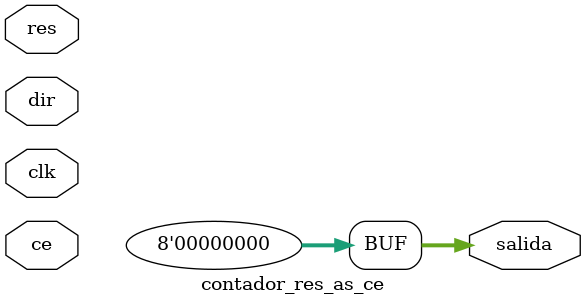
<source format=v>
module contador_res_as_ce (
    input res,clk,ce,dir,
    output [7:0]salida = 8'b0
);

    reg [26:0]contador_aux = 27'b0;
    reg flag1s;
    reg rest_aux;
    reg [7:0]salida_aux= 8'b0;

    always @(posedge clk, posedge res) begin
        if (res) begin
            contador_aux<=27'b0;
        end
        else if(contador_aux==50000000) begin
            contador_aux<=27'b0;
            flag1s<=1'b1;
        end
        else begin
            contador_aux<=contador_aux+1'b1;
            flag1s<=1'b0; 
        end
		  
    end

    always @(posedge flag1s, posedge res) begin
        if (res) begin
            salida_aux<=8'b0;
        end
        else if (ce) begin
            salida_aux<=salida_aux;
        end
        else if (dir) begin
            salida_aux<=salida_aux+1'b1;
        end
        else begin
            salida_aux<=salida_aux-1'b1;
        end
        
    end
    assign salida=~salida_aux;
endmodule
</source>
